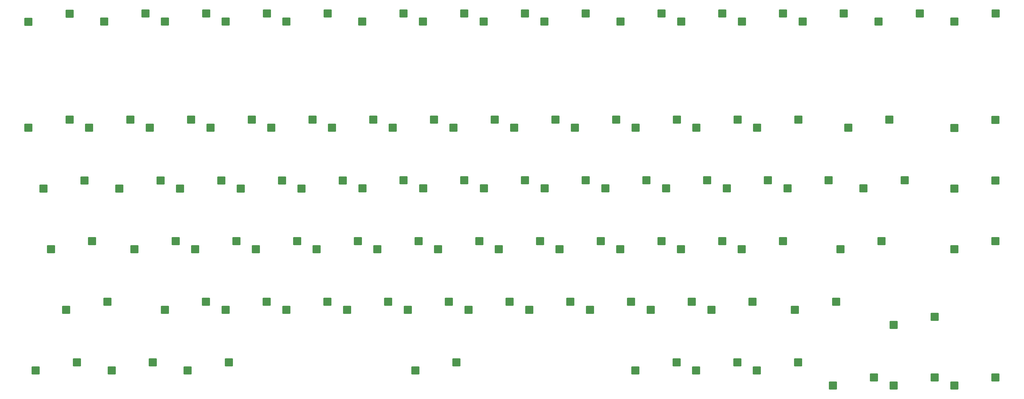
<source format=gbr>
%TF.GenerationSoftware,KiCad,Pcbnew,8.0.7*%
%TF.CreationDate,2025-07-05T17:28:38-07:00*%
%TF.ProjectId,hackpad_v2,6861636b-7061-4645-9f76-322e6b696361,rev?*%
%TF.SameCoordinates,Original*%
%TF.FileFunction,Paste,Bot*%
%TF.FilePolarity,Positive*%
%FSLAX46Y46*%
G04 Gerber Fmt 4.6, Leading zero omitted, Abs format (unit mm)*
G04 Created by KiCad (PCBNEW 8.0.7) date 2025-07-05 17:28:38*
%MOMM*%
%LPD*%
G01*
G04 APERTURE LIST*
G04 Aperture macros list*
%AMRoundRect*
0 Rectangle with rounded corners*
0 $1 Rounding radius*
0 $2 $3 $4 $5 $6 $7 $8 $9 X,Y pos of 4 corners*
0 Add a 4 corners polygon primitive as box body*
4,1,4,$2,$3,$4,$5,$6,$7,$8,$9,$2,$3,0*
0 Add four circle primitives for the rounded corners*
1,1,$1+$1,$2,$3*
1,1,$1+$1,$4,$5*
1,1,$1+$1,$6,$7*
1,1,$1+$1,$8,$9*
0 Add four rect primitives between the rounded corners*
20,1,$1+$1,$2,$3,$4,$5,0*
20,1,$1+$1,$4,$5,$6,$7,0*
20,1,$1+$1,$6,$7,$8,$9,0*
20,1,$1+$1,$8,$9,$2,$3,0*%
G04 Aperture macros list end*
%ADD10RoundRect,0.200000X1.075000X1.050000X-1.075000X1.050000X-1.075000X-1.050000X1.075000X-1.050000X0*%
G04 APERTURE END LIST*
D10*
%TO.C,SW47*%
X35498690Y-80890000D03*
X48425690Y-78350000D03*
%TD*%
%TO.C,SW36*%
X106996190Y-61810000D03*
X119923190Y-59270000D03*
%TD*%
%TO.C,SW24*%
X154631190Y-42760000D03*
X167558190Y-40220000D03*
%TD*%
%TO.C,SW71*%
X242664940Y-99940000D03*
X255591940Y-97400000D03*
%TD*%
%TO.C,SW8*%
X145081190Y-9400000D03*
X158008190Y-6860000D03*
%TD*%
%TO.C,SW15*%
X292726190Y-9395000D03*
X305653190Y-6855000D03*
%TD*%
%TO.C,SW56*%
X206948690Y-80890000D03*
X219875690Y-78350000D03*
%TD*%
%TO.C,SW4*%
X64116190Y-9405000D03*
X77043190Y-6865000D03*
%TD*%
%TO.C,SW27*%
X211781190Y-42760000D03*
X224708190Y-40220000D03*
%TD*%
%TO.C,SW31*%
X6923690Y-61840000D03*
X19850690Y-59300000D03*
%TD*%
%TO.C,SW62*%
X64071190Y-99940000D03*
X76998190Y-97400000D03*
%TD*%
%TO.C,SW77*%
X192658690Y-118990000D03*
X205585690Y-116450000D03*
%TD*%
%TO.C,SW7*%
X126031190Y-9400000D03*
X138958190Y-6860000D03*
%TD*%
%TO.C,SW51*%
X111698690Y-80890000D03*
X124625690Y-78350000D03*
%TD*%
%TO.C,SW73*%
X4542440Y-118990000D03*
X17469440Y-116450000D03*
%TD*%
%TO.C,SW2*%
X26016190Y-9405000D03*
X38943190Y-6865000D03*
%TD*%
%TO.C,SW9*%
X164131190Y-9400000D03*
X177058190Y-6860000D03*
%TD*%
%TO.C,SW40*%
X183206190Y-61810000D03*
X196133190Y-59270000D03*
%TD*%
%TO.C,SW20*%
X78451190Y-42750000D03*
X91378190Y-40210000D03*
%TD*%
%TO.C,SW81*%
X273623690Y-123750000D03*
X286550690Y-121210000D03*
%TD*%
%TO.C,SW41*%
X202256190Y-61810000D03*
X215183190Y-59270000D03*
%TD*%
%TO.C,SW16*%
X2251190Y-42750000D03*
X15178190Y-40210000D03*
%TD*%
%TO.C,SW70*%
X216471190Y-99940000D03*
X229398190Y-97400000D03*
%TD*%
%TO.C,SW25*%
X173681190Y-42760000D03*
X186608190Y-40220000D03*
%TD*%
%TO.C,SW80*%
X254573690Y-123750000D03*
X267500690Y-121210000D03*
%TD*%
%TO.C,SW30*%
X292678690Y-42785000D03*
X305605690Y-40245000D03*
%TD*%
%TO.C,SW29*%
X259406190Y-42760000D03*
X272333190Y-40220000D03*
%TD*%
%TO.C,SW12*%
X226046190Y-9395000D03*
X238973190Y-6855000D03*
%TD*%
%TO.C,SW50*%
X92648690Y-80890000D03*
X105575690Y-78350000D03*
%TD*%
%TO.C,SW82*%
X292673690Y-123750000D03*
X305600690Y-121210000D03*
%TD*%
%TO.C,SW38*%
X145106190Y-61810000D03*
X158033190Y-59270000D03*
%TD*%
%TO.C,SW42*%
X221306190Y-61810000D03*
X234233190Y-59270000D03*
%TD*%
%TO.C,SW78*%
X211708690Y-118990000D03*
X224635690Y-116450000D03*
%TD*%
%TO.C,SW32*%
X30736190Y-61840000D03*
X43663190Y-59300000D03*
%TD*%
%TO.C,SW44*%
X264168690Y-61810000D03*
X277095690Y-59270000D03*
%TD*%
%TO.C,SW18*%
X40341190Y-42750000D03*
X53268190Y-40210000D03*
%TD*%
%TO.C,SW43*%
X240356190Y-61810000D03*
X253283190Y-59270000D03*
%TD*%
%TO.C,SW54*%
X168848690Y-80890000D03*
X181775690Y-78350000D03*
%TD*%
%TO.C,SW64*%
X102171190Y-99940000D03*
X115098190Y-97400000D03*
%TD*%
%TO.C,SW49*%
X73598690Y-80890000D03*
X86525690Y-78350000D03*
%TD*%
%TO.C,SW79*%
X230758690Y-118990000D03*
X243685690Y-116450000D03*
%TD*%
%TO.C,SW37*%
X126056190Y-61810000D03*
X138983190Y-59270000D03*
%TD*%
%TO.C,SW63*%
X83121190Y-99940000D03*
X96048190Y-97400000D03*
%TD*%
%TO.C,SW6*%
X106981190Y-9400000D03*
X119908190Y-6860000D03*
%TD*%
%TO.C,SW34*%
X68856190Y-61830000D03*
X81783190Y-59290000D03*
%TD*%
%TO.C,SW57*%
X225998690Y-80890000D03*
X238925690Y-78350000D03*
%TD*%
%TO.C,SW75*%
X52167440Y-118990000D03*
X65094440Y-116450000D03*
%TD*%
%TO.C,SW26*%
X192731190Y-42760000D03*
X205658190Y-40220000D03*
%TD*%
%TO.C,SW19*%
X59401190Y-42750000D03*
X72328190Y-40210000D03*
%TD*%
%TO.C,SW11*%
X206996190Y-9395000D03*
X219923190Y-6855000D03*
%TD*%
%TO.C,SW45*%
X292678690Y-61835000D03*
X305605690Y-59295000D03*
%TD*%
%TO.C,SW28*%
X230831190Y-42760000D03*
X243758190Y-40220000D03*
%TD*%
%TO.C,SW60*%
X14067440Y-99940000D03*
X26994440Y-97400000D03*
%TD*%
%TO.C,SW21*%
X97501190Y-42750000D03*
X110428190Y-40210000D03*
%TD*%
%TO.C,SW35*%
X87926190Y-61820000D03*
X100853190Y-59280000D03*
%TD*%
%TO.C,SW66*%
X140271190Y-99940000D03*
X153198190Y-97400000D03*
%TD*%
%TO.C,SW33*%
X49786190Y-61840000D03*
X62713190Y-59300000D03*
%TD*%
%TO.C,SW67*%
X159321190Y-99940000D03*
X172248190Y-97400000D03*
%TD*%
%TO.C,SW55*%
X187898690Y-80890000D03*
X200825690Y-78350000D03*
%TD*%
%TO.C,SW58*%
X256954940Y-80890000D03*
X269881940Y-78350000D03*
%TD*%
%TO.C,SW10*%
X187946190Y-9395000D03*
X200873190Y-6855000D03*
%TD*%
%TO.C,SW22*%
X116541190Y-42760000D03*
X129468190Y-40220000D03*
%TD*%
%TO.C,SW13*%
X245096190Y-9395000D03*
X258023190Y-6855000D03*
%TD*%
%TO.C,SW76*%
X123602440Y-118990000D03*
X136529440Y-116450000D03*
%TD*%
%TO.C,SW53*%
X149798690Y-80890000D03*
X162725690Y-78350000D03*
%TD*%
%TO.C,SW3*%
X45066190Y-9405000D03*
X57993190Y-6865000D03*
%TD*%
%TO.C,SW59*%
X292678690Y-80885000D03*
X305605690Y-78345000D03*
%TD*%
%TO.C,SW74*%
X28354940Y-118990000D03*
X41281940Y-116450000D03*
%TD*%
%TO.C,SW14*%
X268911190Y-9400000D03*
X281838190Y-6860000D03*
%TD*%
%TO.C,SW46*%
X9304940Y-80890000D03*
X22231940Y-78350000D03*
%TD*%
%TO.C,SW5*%
X83166190Y-9405000D03*
X96093190Y-6865000D03*
%TD*%
%TO.C,SW23*%
X135581190Y-42760000D03*
X148508190Y-40220000D03*
%TD*%
%TO.C,SW65*%
X121221190Y-99940000D03*
X134148190Y-97400000D03*
%TD*%
%TO.C,SW69*%
X197421190Y-99940000D03*
X210348190Y-97400000D03*
%TD*%
%TO.C,SW72*%
X273623690Y-104700000D03*
X286550690Y-102160000D03*
%TD*%
%TO.C,SW68*%
X178371190Y-99940000D03*
X191298190Y-97400000D03*
%TD*%
%TO.C,SW52*%
X130748690Y-80890000D03*
X143675690Y-78350000D03*
%TD*%
%TO.C,SW1*%
X2256190Y-9415000D03*
X15183190Y-6875000D03*
%TD*%
%TO.C,SW48*%
X54548690Y-80890000D03*
X67475690Y-78350000D03*
%TD*%
%TO.C,SW39*%
X164156190Y-61810000D03*
X177083190Y-59270000D03*
%TD*%
%TO.C,SW17*%
X21291190Y-42750000D03*
X34218190Y-40210000D03*
%TD*%
%TO.C,SW61*%
X45041190Y-99920000D03*
X57968190Y-97380000D03*
%TD*%
M02*

</source>
